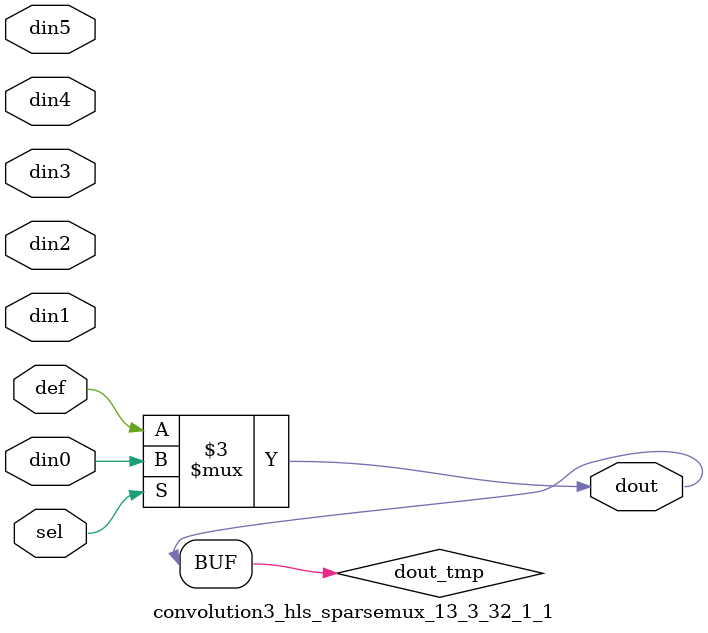
<source format=v>
`timescale 1ns / 1ps

module convolution3_hls_sparsemux_13_3_32_1_1 (din0,din1,din2,din3,din4,din5,def,sel,dout);

parameter din0_WIDTH = 1;

parameter din1_WIDTH = 1;

parameter din2_WIDTH = 1;

parameter din3_WIDTH = 1;

parameter din4_WIDTH = 1;

parameter din5_WIDTH = 1;

parameter def_WIDTH = 1;
parameter sel_WIDTH = 1;
parameter dout_WIDTH = 1;

parameter [sel_WIDTH-1:0] CASE0 = 1;

parameter [sel_WIDTH-1:0] CASE1 = 1;

parameter [sel_WIDTH-1:0] CASE2 = 1;

parameter [sel_WIDTH-1:0] CASE3 = 1;

parameter [sel_WIDTH-1:0] CASE4 = 1;

parameter [sel_WIDTH-1:0] CASE5 = 1;

parameter ID = 1;
parameter NUM_STAGE = 1;



input [din0_WIDTH-1:0] din0;

input [din1_WIDTH-1:0] din1;

input [din2_WIDTH-1:0] din2;

input [din3_WIDTH-1:0] din3;

input [din4_WIDTH-1:0] din4;

input [din5_WIDTH-1:0] din5;

input [def_WIDTH-1:0] def;
input [sel_WIDTH-1:0] sel;

output [dout_WIDTH-1:0] dout;



reg [dout_WIDTH-1:0] dout_tmp;

always @ (*) begin
case (sel)
    
    CASE0 : dout_tmp = din0;
    
    CASE1 : dout_tmp = din1;
    
    CASE2 : dout_tmp = din2;
    
    CASE3 : dout_tmp = din3;
    
    CASE4 : dout_tmp = din4;
    
    CASE5 : dout_tmp = din5;
    
    default : dout_tmp = def;
endcase
end


assign dout = dout_tmp;



endmodule

</source>
